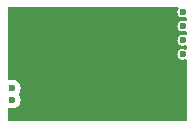
<source format=gbl>
G04 #@! TF.GenerationSoftware,KiCad,Pcbnew,7.0.1-115-g2ece2719d0*
G04 #@! TF.CreationDate,2023-07-25T22:21:01+03:00*
G04 #@! TF.ProjectId,hellen1-vr-max9924,68656c6c-656e-4312-9d76-722d6d617839,rev?*
G04 #@! TF.SameCoordinates,PX4a19ba0PY5aa5910*
G04 #@! TF.FileFunction,Copper,L4,Bot*
G04 #@! TF.FilePolarity,Positive*
%FSLAX46Y46*%
G04 Gerber Fmt 4.6, Leading zero omitted, Abs format (unit mm)*
G04 Created by KiCad (PCBNEW 7.0.1-115-g2ece2719d0) date 2023-07-25 22:21:01*
%MOMM*%
%LPD*%
G01*
G04 APERTURE LIST*
G04 #@! TA.AperFunction,ComponentPad*
%ADD10C,0.600000*%
G04 #@! TD*
G04 #@! TA.AperFunction,SMDPad,CuDef*
%ADD11R,0.250000X6.185000*%
G04 #@! TD*
G04 #@! TA.AperFunction,SMDPad,CuDef*
%ADD12R,0.250000X1.115000*%
G04 #@! TD*
G04 #@! TA.AperFunction,SMDPad,CuDef*
%ADD13R,14.275000X0.250000*%
G04 #@! TD*
G04 #@! TA.AperFunction,SMDPad,CuDef*
%ADD14R,15.100000X0.250000*%
G04 #@! TD*
G04 #@! TA.AperFunction,SMDPad,CuDef*
%ADD15R,0.250000X5.175000*%
G04 #@! TD*
G04 #@! TA.AperFunction,ViaPad*
%ADD16C,0.600000*%
G04 #@! TD*
G04 APERTURE END LIST*
D10*
G04 #@! TO.P,M751,E1,NC*
G04 #@! TO.N,unconnected-(M751-NC-PadE1)*
X14800000Y6900000D03*
G04 #@! TO.P,M751,E2,NC*
G04 #@! TO.N,unconnected-(M751-NC-PadE2)*
X14800000Y5700000D03*
G04 #@! TO.P,M751,E3,OUT*
G04 #@! TO.N,output*
X14800000Y8100000D03*
G04 #@! TO.P,M751,E4,V5_IN*
G04 #@! TO.N,+5V*
X14800000Y9300000D03*
D11*
G04 #@! TO.P,M751,G,GND*
G04 #@! TO.N,GND*
X150000Y6632500D03*
D12*
X150000Y582500D03*
D13*
X7162500Y9600000D03*
D14*
X7575000Y150000D03*
D15*
X15000000Y2612500D03*
D10*
G04 #@! TO.P,M751,W1,VR-*
G04 #@! TO.N,VR-*
X375000Y2840000D03*
G04 #@! TO.P,M751,W2,VR+*
G04 #@! TO.N,VR+*
X375000Y1840000D03*
G04 #@! TD*
D16*
G04 #@! TO.N,GND*
X700000Y5650000D03*
X8400000Y7250000D03*
X14500000Y4750000D03*
X7800000Y9050000D03*
X6800000Y650000D03*
X3600000Y650000D03*
X4200000Y9050000D03*
X12200000Y9050000D03*
X800000Y9050000D03*
X14500000Y1350000D03*
X5200000Y6750000D03*
X8817968Y5492919D03*
X13000000Y650000D03*
X3300000Y2750000D03*
X8600000Y650000D03*
X6700000Y2650000D03*
X11200000Y3750000D03*
X11800000Y1350000D03*
X2900000Y5450000D03*
X700000Y650000D03*
X9900000Y1550000D03*
X5300000Y4250000D03*
G04 #@! TD*
G04 #@! TA.AperFunction,Conductor*
G04 #@! TO.N,GND*
G36*
X14408910Y9709284D02*
G01*
X14445440Y9667127D01*
X14453379Y9611912D01*
X14430207Y9561169D01*
X14417115Y9546061D01*
X14363302Y9428228D01*
X14344866Y9300000D01*
X14363302Y9171773D01*
X14417116Y9053938D01*
X14501949Y8956035D01*
X14501951Y8956033D01*
X14610931Y8885996D01*
X14735228Y8849500D01*
X14864772Y8849500D01*
X14998109Y8888650D01*
X15058380Y8887215D01*
X15106643Y8851085D01*
X15125000Y8793660D01*
X15125000Y8606340D01*
X15106643Y8548915D01*
X15058380Y8512785D01*
X14998109Y8511350D01*
X14864772Y8550500D01*
X14735228Y8550500D01*
X14610931Y8514005D01*
X14501949Y8443966D01*
X14417116Y8346063D01*
X14363302Y8228228D01*
X14344866Y8100001D01*
X14363302Y7971773D01*
X14417116Y7853938D01*
X14501949Y7756035D01*
X14501951Y7756033D01*
X14610931Y7685996D01*
X14735228Y7649500D01*
X14864772Y7649500D01*
X14998109Y7688650D01*
X15058380Y7687215D01*
X15106643Y7651085D01*
X15125000Y7593660D01*
X15125000Y7406340D01*
X15106643Y7348915D01*
X15058380Y7312785D01*
X14998109Y7311350D01*
X14864772Y7350500D01*
X14735228Y7350500D01*
X14610931Y7314005D01*
X14501949Y7243966D01*
X14417116Y7146063D01*
X14363302Y7028228D01*
X14344866Y6900001D01*
X14363302Y6771773D01*
X14417116Y6653938D01*
X14501949Y6556035D01*
X14501951Y6556033D01*
X14610931Y6485996D01*
X14735228Y6449500D01*
X14864772Y6449500D01*
X14998109Y6488650D01*
X15058380Y6487215D01*
X15106643Y6451085D01*
X15125000Y6393660D01*
X15125000Y6206340D01*
X15106643Y6148915D01*
X15058380Y6112785D01*
X14998109Y6111350D01*
X14864772Y6150500D01*
X14735228Y6150500D01*
X14610931Y6114005D01*
X14501949Y6043966D01*
X14417116Y5946063D01*
X14363302Y5828228D01*
X14344866Y5700000D01*
X14363302Y5571773D01*
X14417116Y5453938D01*
X14501949Y5356035D01*
X14501951Y5356033D01*
X14610931Y5285996D01*
X14735228Y5249500D01*
X14864772Y5249500D01*
X14998109Y5288650D01*
X15058380Y5287215D01*
X15106643Y5251085D01*
X15125000Y5193660D01*
X15125000Y124500D01*
X15111737Y75000D01*
X15075500Y38763D01*
X15026000Y25500D01*
X124500Y25500D01*
X75000Y38763D01*
X38763Y75000D01*
X25500Y124500D01*
X25500Y1078315D01*
X43025Y1134553D01*
X89394Y1170882D01*
X148192Y1174438D01*
X289942Y1139500D01*
X289944Y1139500D01*
X460056Y1139500D01*
X460057Y1139500D01*
X515112Y1153071D01*
X625225Y1180210D01*
X775852Y1259266D01*
X775851Y1259266D01*
X775854Y1259267D01*
X839517Y1315669D01*
X903183Y1372071D01*
X999818Y1512070D01*
X1060140Y1671128D01*
X1080645Y1840000D01*
X1060140Y2008872D01*
X999818Y2167930D01*
X919863Y2283764D01*
X902339Y2340001D01*
X919862Y2396236D01*
X999818Y2512070D01*
X1060140Y2671128D01*
X1080645Y2840000D01*
X1060140Y3008872D01*
X999818Y3167930D01*
X903183Y3307929D01*
X903181Y3307931D01*
X775854Y3420734D01*
X625223Y3499791D01*
X460057Y3540500D01*
X460056Y3540500D01*
X289944Y3540500D01*
X289942Y3540500D01*
X148192Y3505562D01*
X89394Y3509118D01*
X43025Y3545447D01*
X25500Y3601685D01*
X25500Y9626000D01*
X38763Y9675500D01*
X75000Y9711737D01*
X124500Y9725000D01*
X14355387Y9725000D01*
X14408910Y9709284D01*
G37*
G04 #@! TD.AperFunction*
G04 #@! TD*
M02*

</source>
